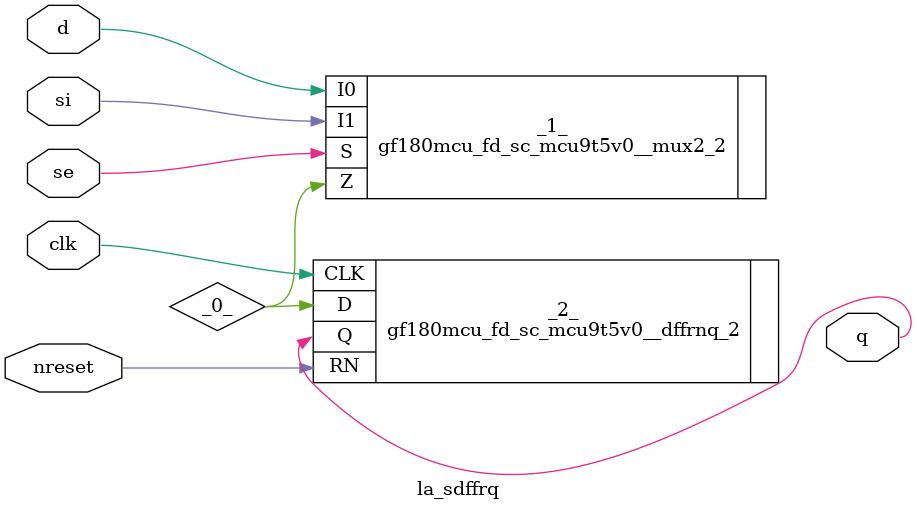
<source format=v>

/* Generated by Yosys 0.44 (git sha1 80ba43d26, g++ 11.4.0-1ubuntu1~22.04 -fPIC -O3) */

(* top =  1  *)
(* src = "inputs/la_sdffrq.v:11.1-26.10" *)
module la_sdffrq (
    d,
    si,
    se,
    clk,
    nreset,
    q
);
  (* src = "inputs/la_sdffrq.v:22.5-24.31" *)
  wire _0_;
  (* src = "inputs/la_sdffrq.v:17.16-17.19" *)
  input clk;
  wire clk;
  (* src = "inputs/la_sdffrq.v:14.16-14.17" *)
  input d;
  wire d;
  (* src = "inputs/la_sdffrq.v:18.16-18.22" *)
  input nreset;
  wire nreset;
  (* src = "inputs/la_sdffrq.v:19.16-19.17" *)
  output q;
  wire q;
  (* src = "inputs/la_sdffrq.v:16.16-16.18" *)
  input se;
  wire se;
  (* src = "inputs/la_sdffrq.v:15.16-15.18" *)
  input si;
  wire si;
  gf180mcu_fd_sc_mcu9t5v0__mux2_2 _1_ (
      .I0(d),
      .I1(si),
      .S (se),
      .Z (_0_)
  );
  (* src = "inputs/la_sdffrq.v:22.5-24.31" *)
  gf180mcu_fd_sc_mcu9t5v0__dffrnq_2 _2_ (
      .CLK(clk),
      .D  (_0_),
      .Q  (q),
      .RN (nreset)
  );
endmodule

</source>
